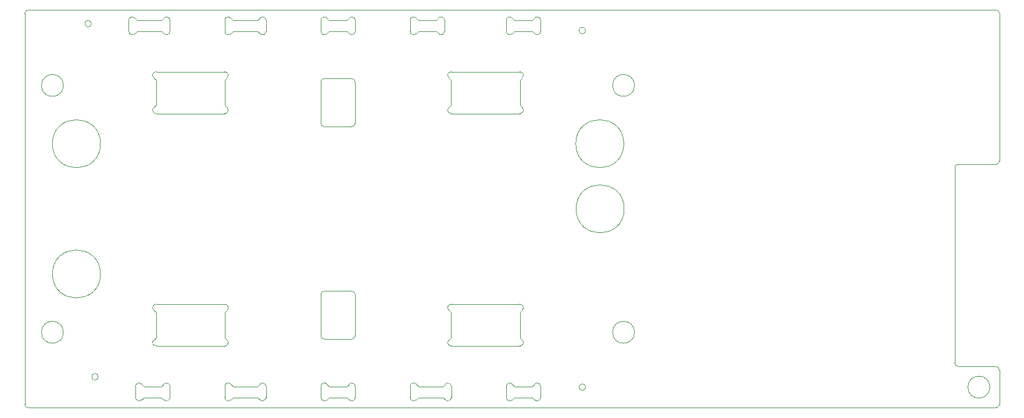
<source format=gm1>
G04 #@! TF.GenerationSoftware,KiCad,Pcbnew,(6.0.1-0)*
G04 #@! TF.CreationDate,2022-03-07T16:42:41+09:00*
G04 #@! TF.ProjectId,qLAMP-main,714c414d-502d-46d6-9169-6e2e6b696361,rev?*
G04 #@! TF.SameCoordinates,Original*
G04 #@! TF.FileFunction,Profile,NP*
%FSLAX46Y46*%
G04 Gerber Fmt 4.6, Leading zero omitted, Abs format (unit mm)*
G04 Created by KiCad (PCBNEW (6.0.1-0)) date 2022-03-07 16:42:41*
%MOMM*%
%LPD*%
G01*
G04 APERTURE LIST*
G04 #@! TA.AperFunction,Profile*
%ADD10C,0.100000*%
G04 #@! TD*
G04 APERTURE END LIST*
D10*
X124357157Y-76101749D02*
X124003604Y-76455302D01*
X127296497Y-76455302D02*
G75*
G03*
X128150050Y-76101749I353554J353552D01*
G01*
X126942944Y-76101749D02*
X124357157Y-76101749D01*
X124357157Y-74501749D02*
X126942944Y-74501749D01*
X124003603Y-74148196D02*
G75*
G03*
X123150050Y-74501749I-353554J-353552D01*
G01*
X123150050Y-76101750D02*
G75*
G03*
X124003604Y-76455302I500000J1D01*
G01*
X127296497Y-76455302D02*
X126942944Y-76101749D01*
X128150049Y-74501750D02*
G75*
G03*
X127296497Y-74148195I-499999J2D01*
G01*
X124003604Y-74148195D02*
X124357157Y-74501749D01*
X123150050Y-76101749D02*
X123150050Y-74501749D01*
X128150050Y-74501749D02*
X128150050Y-76101749D01*
X126942944Y-74501749D02*
X127296497Y-74148195D01*
X86942944Y-74501749D02*
X87296497Y-74148195D01*
X111357157Y-127898251D02*
X111003604Y-127544698D01*
X96150050Y-76101749D02*
X96150050Y-74501749D01*
X110150050Y-76101750D02*
G75*
G03*
X111003604Y-76455302I500000J1D01*
G01*
X110150050Y-76101749D02*
X110150050Y-74501749D01*
X87296497Y-127544698D02*
X86942944Y-127898251D01*
X96150050Y-129498251D02*
G75*
G03*
X97003603Y-129851804I500000J1D01*
G01*
X138357157Y-74501749D02*
X140942944Y-74501749D01*
X78036000Y-92500000D02*
G75*
G03*
X78036000Y-92500000I-3500000J0D01*
G01*
X72636000Y-84000000D02*
G75*
G03*
X72636000Y-84000000I-1600000J0D01*
G01*
X115150050Y-129498251D02*
X115150050Y-127898251D01*
X111003604Y-127544698D02*
G75*
G03*
X110150050Y-127898250I-353554J-353553D01*
G01*
X88150050Y-127898251D02*
G75*
G03*
X87296497Y-127544698I-500000J-1D01*
G01*
X82150050Y-76101749D02*
X82150050Y-74501749D01*
X129135050Y-121998251D02*
X139135050Y-121998251D01*
X138357157Y-127898251D02*
X138003604Y-127544698D01*
X115136000Y-114500000D02*
G75*
G03*
X114636000Y-114000000I-500001J-1D01*
G01*
X209000000Y-95000000D02*
X209000000Y-73500000D01*
X113942944Y-129498251D02*
X114296497Y-129851805D01*
X140942944Y-127898251D02*
X138357157Y-127898251D01*
X208500000Y-95500000D02*
G75*
G03*
X209000000Y-95000000I-1J500001D01*
G01*
X142150050Y-127898251D02*
G75*
G03*
X141296497Y-127544698I-500000J-1D01*
G01*
X139135050Y-86894642D02*
X139488604Y-87248195D01*
X128781497Y-116751805D02*
X129135050Y-117105358D01*
X128781497Y-121144698D02*
G75*
G03*
X129135050Y-121998250I353553J-353553D01*
G01*
X111003604Y-129851805D02*
X111357157Y-129498251D01*
X139488604Y-116751805D02*
G75*
G03*
X139135050Y-115898250I-353554J353554D01*
G01*
X110136000Y-89500000D02*
X110136000Y-83500000D01*
X207600000Y-128000000D02*
G75*
G03*
X207600000Y-128000000I-1600000J0D01*
G01*
X129135050Y-115898251D02*
G75*
G03*
X128781497Y-116751804I1J-500000D01*
G01*
X208500000Y-131000000D02*
X67500000Y-131000000D01*
X96135050Y-120791145D02*
X96135050Y-117105358D01*
X96488604Y-121144698D02*
X96135050Y-120791145D01*
X139488603Y-82855302D02*
G75*
G03*
X139135050Y-82001749I-353552J353554D01*
G01*
X96488604Y-116751805D02*
G75*
G03*
X96135050Y-115898250I-353554J353554D01*
G01*
X96150050Y-127898251D02*
X96150050Y-129498251D01*
X114636000Y-121000000D02*
X110636000Y-121000000D01*
X87296497Y-76455302D02*
G75*
G03*
X88150050Y-76101749I353554J353552D01*
G01*
X110150050Y-129498251D02*
G75*
G03*
X111003603Y-129851804I500000J1D01*
G01*
X97357157Y-127898251D02*
X97003604Y-127544698D01*
X110136000Y-120500000D02*
G75*
G03*
X110636000Y-121000000I500001J1D01*
G01*
X140942944Y-76101749D02*
X138357157Y-76101749D01*
X139135050Y-82001749D02*
X129135050Y-82001749D01*
X110636000Y-114000000D02*
G75*
G03*
X110136000Y-114500000I1J-500001D01*
G01*
X85781497Y-116751805D02*
X86135050Y-117105358D01*
X141296497Y-76455302D02*
G75*
G03*
X142150050Y-76101749I353554J353552D01*
G01*
X139135050Y-120791145D02*
X139135050Y-117105358D01*
X85781497Y-87248196D02*
G75*
G03*
X86135050Y-88101749I353552J-353554D01*
G01*
X67000000Y-130500000D02*
G75*
G03*
X67500000Y-131000000I500001J1D01*
G01*
X96135050Y-115898251D02*
X86135050Y-115898251D01*
X129150050Y-129498251D02*
X129150050Y-127898251D01*
X139135050Y-115898251D02*
X129135050Y-115898251D01*
X208500000Y-125000000D02*
X203000000Y-125000000D01*
X102150050Y-129498251D02*
X102150050Y-127898251D01*
X115136000Y-83500000D02*
G75*
G03*
X114636000Y-83000000I-500001J-1D01*
G01*
X87296497Y-129851805D02*
G75*
G03*
X88150050Y-129498250I353553J353554D01*
G01*
X113942944Y-127898251D02*
X111357157Y-127898251D01*
X78036000Y-111500000D02*
G75*
G03*
X78036000Y-111500000I-3500000J0D01*
G01*
X209000000Y-73500000D02*
G75*
G03*
X208500000Y-73000000I-500001J-1D01*
G01*
X96488604Y-82855302D02*
X96135050Y-83208855D01*
X72636000Y-120000000D02*
G75*
G03*
X72636000Y-120000000I-1600000J0D01*
G01*
X115150050Y-127898251D02*
G75*
G03*
X114296497Y-127544698I-500000J-1D01*
G01*
X83357157Y-76101749D02*
X83003604Y-76455302D01*
X154278441Y-92500000D02*
G75*
G03*
X154278441Y-92500000I-3500000J0D01*
G01*
X83150050Y-129498251D02*
G75*
G03*
X84003603Y-129851804I500000J1D01*
G01*
X139488604Y-121144698D02*
X139135050Y-120791145D01*
X128781497Y-87248195D02*
X129135050Y-86894642D01*
X97357157Y-74501749D02*
X100942944Y-74501749D01*
X84357157Y-127898251D02*
X84003604Y-127544698D01*
X97357157Y-76101749D02*
X97003604Y-76455302D01*
X123150050Y-127898251D02*
X123150050Y-129498251D01*
X202500000Y-124500000D02*
G75*
G03*
X203000000Y-125000000I500001J1D01*
G01*
X127942944Y-127898251D02*
X124357157Y-127898251D01*
X100942944Y-127898251D02*
X97357157Y-127898251D01*
X85781497Y-87248195D02*
X86135050Y-86894642D01*
X97003604Y-129851805D02*
X97357157Y-129498251D01*
X203000000Y-95500000D02*
X208500000Y-95500000D01*
X86135050Y-83208855D02*
X85781497Y-82855302D01*
X114296497Y-127544698D02*
X113942944Y-127898251D01*
X102150050Y-74501749D02*
X102150050Y-76101749D01*
X86942944Y-127898251D02*
X84357157Y-127898251D01*
X96135050Y-86894642D02*
X96488604Y-87248195D01*
X141296497Y-129851805D02*
G75*
G03*
X142150050Y-129498250I353553J353554D01*
G01*
X137150050Y-129498251D02*
G75*
G03*
X138003603Y-129851804I500000J1D01*
G01*
X85781497Y-121144698D02*
G75*
G03*
X86135050Y-121998250I353553J-353553D01*
G01*
X86135050Y-121998251D02*
X96135050Y-121998251D01*
X102150049Y-74501750D02*
G75*
G03*
X101296497Y-74148195I-499999J2D01*
G01*
X139135050Y-88101749D02*
X129135050Y-88101749D01*
X155836000Y-120000000D02*
G75*
G03*
X155836000Y-120000000I-1600000J0D01*
G01*
X86135050Y-115898251D02*
G75*
G03*
X85781497Y-116751804I1J-500000D01*
G01*
X110636000Y-114000000D02*
X114636000Y-114000000D01*
X128781497Y-87248196D02*
G75*
G03*
X129135050Y-88101749I353552J-353554D01*
G01*
X86942944Y-129498251D02*
X87296497Y-129851805D01*
X83003603Y-74148196D02*
G75*
G03*
X82150050Y-74501749I-353554J-353552D01*
G01*
X77711000Y-126500000D02*
G75*
G03*
X77711000Y-126500000I-475000J0D01*
G01*
X86942944Y-76101749D02*
X83357157Y-76101749D01*
X101296497Y-76455302D02*
X100942944Y-76101749D01*
X208500000Y-131000000D02*
G75*
G03*
X209000000Y-130500000I-1J500001D01*
G01*
X88150050Y-74501749D02*
X88150050Y-76101749D01*
X96135050Y-121998251D02*
G75*
G03*
X96488603Y-121144698I-1J500000D01*
G01*
X110136000Y-89500000D02*
G75*
G03*
X110636000Y-90000000I500001J1D01*
G01*
X110136000Y-120500000D02*
X110136000Y-114500000D01*
X142150050Y-129498251D02*
X142150050Y-127898251D01*
X114296497Y-76455302D02*
X113942944Y-76101749D01*
X86135050Y-120791145D02*
X85781497Y-121144698D01*
X139135050Y-121998251D02*
G75*
G03*
X139488603Y-121144698I-1J500000D01*
G01*
X140942944Y-129498251D02*
X141296497Y-129851805D01*
X67500000Y-73000000D02*
G75*
G03*
X67000000Y-73500000I1J-500001D01*
G01*
X114636000Y-121000000D02*
G75*
G03*
X115136000Y-120500000I-1J500001D01*
G01*
X138357157Y-76101749D02*
X138003604Y-76455302D01*
X111003604Y-74148195D02*
X111357157Y-74501749D01*
X148711000Y-76000000D02*
G75*
G03*
X148711000Y-76000000I-475000J0D01*
G01*
X67000000Y-130500000D02*
X67000000Y-73500000D01*
X129150050Y-127898251D02*
G75*
G03*
X128296497Y-127544698I-500000J-1D01*
G01*
X140942944Y-74501749D02*
X141296497Y-74148195D01*
X101296497Y-127544698D02*
X100942944Y-127898251D01*
X154331000Y-102000000D02*
G75*
G03*
X154331000Y-102000000I-3500000J0D01*
G01*
X142150050Y-74501749D02*
X142150050Y-76101749D01*
X203000000Y-95500000D02*
G75*
G03*
X202500000Y-96000000I1J-500001D01*
G01*
X139135050Y-88101750D02*
G75*
G03*
X139488604Y-87248195I0J500001D01*
G01*
X137150050Y-76101749D02*
X137150050Y-74501749D01*
X111357157Y-76101749D02*
X111003604Y-76455302D01*
X124003604Y-129851805D02*
X124357157Y-129498251D01*
X84357157Y-129498251D02*
X86942944Y-129498251D01*
X97003603Y-74148196D02*
G75*
G03*
X96150050Y-74501749I-353554J-353552D01*
G01*
X115136000Y-89500000D02*
X115136000Y-83500000D01*
X113942944Y-74501749D02*
X114296497Y-74148195D01*
X82150050Y-76101750D02*
G75*
G03*
X83003604Y-76455302I500000J1D01*
G01*
X128296497Y-127544698D02*
X127942944Y-127898251D01*
X87296497Y-76455302D02*
X86942944Y-76101749D01*
X111003603Y-74148196D02*
G75*
G03*
X110150050Y-74501749I-353554J-353552D01*
G01*
X129135050Y-120791145D02*
X128781497Y-121144698D01*
X86135050Y-82001750D02*
G75*
G03*
X85781497Y-82855302I0J-499999D01*
G01*
X138003604Y-74148195D02*
X138357157Y-74501749D01*
X101296497Y-129851805D02*
G75*
G03*
X102150050Y-129498250I353553J353554D01*
G01*
X76711000Y-75000000D02*
G75*
G03*
X76711000Y-75000000I-475000J0D01*
G01*
X129135050Y-117105358D02*
X129135050Y-120791145D01*
X139135050Y-117105358D02*
X139488604Y-116751805D01*
X100942944Y-129498251D02*
X101296497Y-129851805D01*
X142150049Y-74501750D02*
G75*
G03*
X141296497Y-74148195I-499999J2D01*
G01*
X111357157Y-74501749D02*
X113942944Y-74501749D01*
X129135050Y-86894642D02*
X129135050Y-83208855D01*
X111357157Y-129498251D02*
X113942944Y-129498251D01*
X114296497Y-129851805D02*
G75*
G03*
X115150050Y-129498250I353553J353554D01*
G01*
X148711000Y-128000000D02*
G75*
G03*
X148711000Y-128000000I-475000J0D01*
G01*
X155836000Y-84000000D02*
G75*
G03*
X155836000Y-84000000I-1600000J0D01*
G01*
X127942944Y-129498251D02*
X128296497Y-129851805D01*
X102150050Y-127898251D02*
G75*
G03*
X101296497Y-127544698I-500000J-1D01*
G01*
X110150050Y-127898251D02*
X110150050Y-129498251D01*
X96135050Y-83208855D02*
X96135050Y-86894642D01*
X83357157Y-74501749D02*
X86942944Y-74501749D01*
X141296497Y-127544698D02*
X140942944Y-127898251D01*
X129135050Y-82001750D02*
G75*
G03*
X128781497Y-82855302I0J-499999D01*
G01*
X101296497Y-76455302D02*
G75*
G03*
X102150050Y-76101749I353554J353552D01*
G01*
X124003604Y-127544698D02*
G75*
G03*
X123150050Y-127898250I-353554J-353553D01*
G01*
X115136000Y-120500000D02*
X115136000Y-114500000D01*
X138003604Y-127544698D02*
G75*
G03*
X137150050Y-127898250I-353554J-353553D01*
G01*
X100942944Y-74501749D02*
X101296497Y-74148195D01*
X124357157Y-129498251D02*
X127942944Y-129498251D01*
X124357157Y-127898251D02*
X124003604Y-127544698D01*
X115150049Y-74501750D02*
G75*
G03*
X114296497Y-74148195I-499999J2D01*
G01*
X128296497Y-129851805D02*
G75*
G03*
X129150050Y-129498250I353553J353554D01*
G01*
X141296497Y-76455302D02*
X140942944Y-76101749D01*
X97003604Y-127544698D02*
G75*
G03*
X96150050Y-127898250I-353554J-353553D01*
G01*
X86135050Y-86894642D02*
X86135050Y-83208855D01*
X96135050Y-88101750D02*
G75*
G03*
X96488604Y-87248195I0J500001D01*
G01*
X137150050Y-76101750D02*
G75*
G03*
X138003604Y-76455302I500000J1D01*
G01*
X97357157Y-129498251D02*
X100942944Y-129498251D01*
X139135050Y-83208855D02*
X139135050Y-86894642D01*
X138003603Y-74148196D02*
G75*
G03*
X137150050Y-74501749I-353554J-353552D01*
G01*
X138357157Y-129498251D02*
X140942944Y-129498251D01*
X115150050Y-74501749D02*
X115150050Y-76101749D01*
X110636000Y-83000000D02*
G75*
G03*
X110136000Y-83500000I1J-500001D01*
G01*
X96135050Y-88101749D02*
X86135050Y-88101749D01*
X110636000Y-83000000D02*
X114636000Y-83000000D01*
X139488604Y-82855302D02*
X139135050Y-83208855D01*
X88150049Y-74501750D02*
G75*
G03*
X87296497Y-74148195I-499999J2D01*
G01*
X86135050Y-117105358D02*
X86135050Y-120791145D01*
X138003604Y-129851805D02*
X138357157Y-129498251D01*
X209000000Y-125500000D02*
X209000000Y-130500000D01*
X114636000Y-90000000D02*
G75*
G03*
X115136000Y-89500000I-1J500001D01*
G01*
X202500000Y-124500000D02*
X202500000Y-96000000D01*
X84003604Y-129851805D02*
X84357157Y-129498251D01*
X96488603Y-82855302D02*
G75*
G03*
X96135050Y-82001749I-353552J353554D01*
G01*
X83150050Y-127898251D02*
X83150050Y-129498251D01*
X96150050Y-76101750D02*
G75*
G03*
X97003604Y-76455302I500000J1D01*
G01*
X129135050Y-83208855D02*
X128781497Y-82855302D01*
X96135050Y-117105358D02*
X96488604Y-116751805D01*
X123150050Y-129498251D02*
G75*
G03*
X124003603Y-129851804I500000J1D01*
G01*
X114636000Y-90000000D02*
X110636000Y-90000000D01*
X86135050Y-82001749D02*
X96135050Y-82001749D01*
X209000000Y-125500000D02*
G75*
G03*
X208500000Y-125000000I-500001J-1D01*
G01*
X100942944Y-76101749D02*
X97357157Y-76101749D01*
X97003604Y-74148195D02*
X97357157Y-74501749D01*
X84003604Y-127544698D02*
G75*
G03*
X83150050Y-127898250I-353554J-353553D01*
G01*
X83003604Y-74148195D02*
X83357157Y-74501749D01*
X114296497Y-76455302D02*
G75*
G03*
X115150050Y-76101749I353554J353552D01*
G01*
X88150050Y-129498251D02*
X88150050Y-127898251D01*
X113942944Y-76101749D02*
X111357157Y-76101749D01*
X137150050Y-127898251D02*
X137150050Y-129498251D01*
X208500000Y-73000000D02*
X67500000Y-73000000D01*
M02*

</source>
